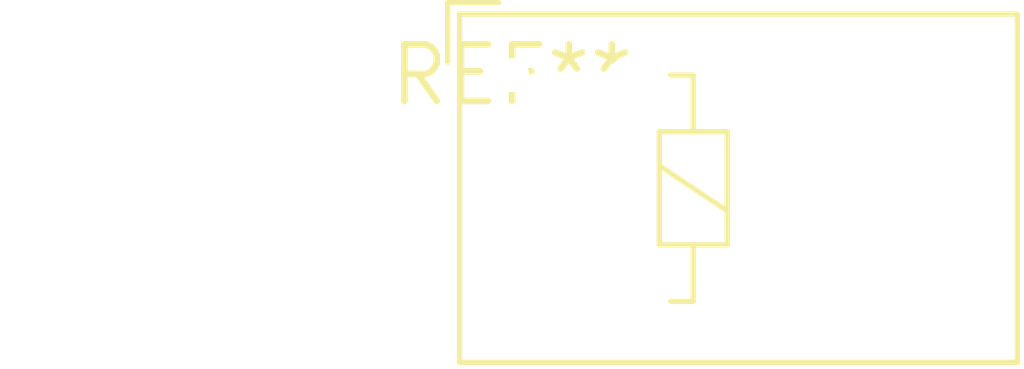
<source format=kicad_pcb>
(kicad_pcb (version 20240108) (generator pcbnew)
  (layers (0 "F.Cu" signal) (31 "B.Cu" signal) (34 "B.Paste" user) (35 "F.Paste" user) (36 "B.SilkS" user "B.Silkscreen") (37 "F.SilkS" user "F.Silkscreen") (38 "B.Mask" user) (39 "F.Mask" user) (44 "Edge.Cuts" user))
  (net 0 "")
  (footprint "Relay_SPDT_HsinDa_Y14" (layer "F.Cu") (at 0 0)
    (property "Reference" "REF**")
    (property "Value" "Relay_SPDT_HsinDa_Y14")
    (fp_line (start -1.4478 -1.6256) (end -1.4478 -0.2921) (layer "F.SilkS") (stroke (width 0.12)))
    (fp_line (start -1.18 -1.37) (end -1.18 6.45) (layer "F.SilkS") (stroke (width 0.12)))
    (fp_line (start -1.18 6.45) (end 11.34 6.45) (layer "F.SilkS") (stroke (width 0.12)))
    (fp_line (start -0.3048 -1.6256) (end -1.4478 -1.6256) (layer "F.SilkS") (stroke (width 0.12)))
    (fp_line (start 3.302 1.27) (end 4.826 1.27) (layer "F.SilkS") (stroke (width 0.12)))
    (fp_line (start 3.302 2.032) (end 4.826 3.048) (layer "F.SilkS") (stroke (width 0.12)))
    (fp_line (start 3.302 3.81) (end 3.302 1.27) (layer "F.SilkS") (stroke (width 0.12)))
    (fp_line (start 3.556 0) (end 4.064 0) (layer "F.SilkS") (stroke (width 0.12)))
    (fp_line (start 4.064 0) (end 4.064 1.27) (layer "F.SilkS") (stroke (width 0.12)))
    (fp_line (start 4.064 3.81) (end 4.064 5.08) (layer "F.SilkS") (stroke (width 0.12)))
    (fp_line (start 4.064 5.08) (end 3.556 5.08) (layer "F.SilkS") (stroke (width 0.12)))
    (fp_line (start 4.826 1.27) (end 4.826 3.81) (layer "F.SilkS") (stroke (width 0.12)))
    (fp_line (start 4.826 3.81) (end 3.302 3.81) (layer "F.SilkS") (stroke (width 0.12)))
    (fp_line (start 11.34 -1.37) (end -1.18 -1.37) (layer "F.SilkS") (stroke (width 0.12)))
    (fp_line (start 11.34 6.45) (end 11.34 -1.37) (layer "F.SilkS") (stroke (width 0.12)))
    (pad "1" thru_hole rect (at 0 0) (size 1.524 1.524) (drill 0.762) (layers *.Cu *.Mask) (remove_unused_layers))
    (pad "2" thru_hole circle (at 0 5.08) (size 1.524 1.524) (drill 0.762) (layers *.Cu *.Mask) (remove_unused_layers))
    (pad "3" thru_hole circle (at 2.54 0) (size 1.524 1.524) (drill 0.762) (layers *.Cu *.Mask) (remove_unused_layers))
    (pad "4" thru_hole circle (at 2.54 5.08) (size 1.524 1.524) (drill 0.762) (layers *.Cu *.Mask) (remove_unused_layers))
    (pad "5" thru_hole circle (at 10.16 0) (size 1.524 1.524) (drill 0.762) (layers *.Cu *.Mask) (remove_unused_layers))
    (pad "6" thru_hole circle (at 10.16 5.08) (size 1.524 1.524) (drill 0.762) (layers *.Cu *.Mask) (remove_unused_layers))
  )
)
</source>
